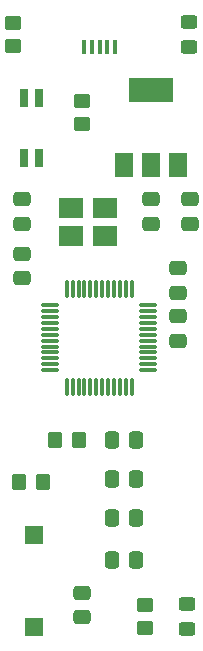
<source format=gbr>
G04 #@! TF.GenerationSoftware,KiCad,Pcbnew,7.0.5*
G04 #@! TF.CreationDate,2023-06-26T03:35:33+05:30*
G04 #@! TF.ProjectId,STM32_Dev_Board_v0.1,53544d33-325f-4446-9576-5f426f617264,rev?*
G04 #@! TF.SameCoordinates,Original*
G04 #@! TF.FileFunction,Paste,Top*
G04 #@! TF.FilePolarity,Positive*
%FSLAX46Y46*%
G04 Gerber Fmt 4.6, Leading zero omitted, Abs format (unit mm)*
G04 Created by KiCad (PCBNEW 7.0.5) date 2023-06-26 03:35:33*
%MOMM*%
%LPD*%
G01*
G04 APERTURE LIST*
G04 Aperture macros list*
%AMRoundRect*
0 Rectangle with rounded corners*
0 $1 Rounding radius*
0 $2 $3 $4 $5 $6 $7 $8 $9 X,Y pos of 4 corners*
0 Add a 4 corners polygon primitive as box body*
4,1,4,$2,$3,$4,$5,$6,$7,$8,$9,$2,$3,0*
0 Add four circle primitives for the rounded corners*
1,1,$1+$1,$2,$3*
1,1,$1+$1,$4,$5*
1,1,$1+$1,$6,$7*
1,1,$1+$1,$8,$9*
0 Add four rect primitives between the rounded corners*
20,1,$1+$1,$2,$3,$4,$5,0*
20,1,$1+$1,$4,$5,$6,$7,0*
20,1,$1+$1,$6,$7,$8,$9,0*
20,1,$1+$1,$8,$9,$2,$3,0*%
G04 Aperture macros list end*
%ADD10R,0.760000X1.600000*%
%ADD11R,2.100000X1.800000*%
%ADD12RoundRect,0.075000X0.662500X0.075000X-0.662500X0.075000X-0.662500X-0.075000X0.662500X-0.075000X0*%
%ADD13RoundRect,0.075000X0.075000X0.662500X-0.075000X0.662500X-0.075000X-0.662500X0.075000X-0.662500X0*%
%ADD14R,1.500000X2.000000*%
%ADD15R,3.800000X2.000000*%
%ADD16R,1.500000X1.500000*%
%ADD17RoundRect,0.250000X0.450000X-0.350000X0.450000X0.350000X-0.450000X0.350000X-0.450000X-0.350000X0*%
%ADD18RoundRect,0.250000X0.350000X0.450000X-0.350000X0.450000X-0.350000X-0.450000X0.350000X-0.450000X0*%
%ADD19RoundRect,0.250000X-0.350000X-0.450000X0.350000X-0.450000X0.350000X0.450000X-0.350000X0.450000X0*%
%ADD20R,0.450000X1.300000*%
%ADD21RoundRect,0.250000X0.450000X-0.325000X0.450000X0.325000X-0.450000X0.325000X-0.450000X-0.325000X0*%
%ADD22RoundRect,0.250000X-0.450000X0.325000X-0.450000X-0.325000X0.450000X-0.325000X0.450000X0.325000X0*%
%ADD23RoundRect,0.250000X-0.475000X0.337500X-0.475000X-0.337500X0.475000X-0.337500X0.475000X0.337500X0*%
%ADD24RoundRect,0.250000X0.337500X0.475000X-0.337500X0.475000X-0.337500X-0.475000X0.337500X-0.475000X0*%
%ADD25RoundRect,0.250000X0.475000X-0.337500X0.475000X0.337500X-0.475000X0.337500X-0.475000X-0.337500X0*%
G04 APERTURE END LIST*
D10*
X82499700Y-59436000D03*
X83769700Y-59436000D03*
X83769700Y-54356000D03*
X82499700Y-54356000D03*
D11*
X86510700Y-66040000D03*
X89410700Y-66040000D03*
X89410700Y-63740000D03*
X86510700Y-63740000D03*
D12*
X93062500Y-77434000D03*
X93062500Y-76934000D03*
X93062500Y-76434000D03*
X93062500Y-75934000D03*
X93062500Y-75434000D03*
X93062500Y-74934000D03*
X93062500Y-74434000D03*
X93062500Y-73934000D03*
X93062500Y-73434000D03*
X93062500Y-72934000D03*
X93062500Y-72434000D03*
X93062500Y-71934000D03*
D13*
X91650000Y-70521500D03*
X91150000Y-70521500D03*
X90650000Y-70521500D03*
X90150000Y-70521500D03*
X89650000Y-70521500D03*
X89150000Y-70521500D03*
X88650000Y-70521500D03*
X88150000Y-70521500D03*
X87650000Y-70521500D03*
X87150000Y-70521500D03*
X86650000Y-70521500D03*
X86150000Y-70521500D03*
D12*
X84737500Y-71934000D03*
X84737500Y-72434000D03*
X84737500Y-72934000D03*
X84737500Y-73434000D03*
X84737500Y-73934000D03*
X84737500Y-74434000D03*
X84737500Y-74934000D03*
X84737500Y-75434000D03*
X84737500Y-75934000D03*
X84737500Y-76434000D03*
X84737500Y-76934000D03*
X84737500Y-77434000D03*
D13*
X86150000Y-78846500D03*
X86650000Y-78846500D03*
X87150000Y-78846500D03*
X87650000Y-78846500D03*
X88150000Y-78846500D03*
X88650000Y-78846500D03*
X89150000Y-78846500D03*
X89650000Y-78846500D03*
X90150000Y-78846500D03*
X90650000Y-78846500D03*
X91150000Y-78846500D03*
X91650000Y-78846500D03*
D14*
X90994700Y-60046000D03*
D15*
X93294700Y-53746000D03*
D14*
X93294700Y-60046000D03*
X95594700Y-60046000D03*
D16*
X83388700Y-99150000D03*
X83388700Y-91350000D03*
D17*
X87452700Y-56626000D03*
X87452700Y-54626000D03*
X81610700Y-50022000D03*
X81610700Y-48022000D03*
D18*
X84134700Y-86868000D03*
X82134700Y-86868000D03*
D17*
X92786700Y-99298000D03*
X92786700Y-97298000D03*
D19*
X85166700Y-83312000D03*
X87166700Y-83312000D03*
D20*
X90240000Y-50051400D03*
X89590000Y-50051400D03*
X88940000Y-50051400D03*
X88290000Y-50051400D03*
X87640000Y-50051400D03*
D21*
X96342700Y-99314000D03*
X96342700Y-97264000D03*
D22*
X96520000Y-47997000D03*
X96520000Y-50047000D03*
D23*
X87452700Y-96266000D03*
X87452700Y-98341000D03*
X93294700Y-62970500D03*
X93294700Y-65045500D03*
X95580700Y-68812500D03*
X95580700Y-70887500D03*
X95580700Y-72876500D03*
X95580700Y-74951500D03*
X96596700Y-62970500D03*
X96596700Y-65045500D03*
D24*
X92024700Y-83312000D03*
X89949700Y-83312000D03*
D25*
X82372700Y-65045500D03*
X82372700Y-62970500D03*
D24*
X92024700Y-86614000D03*
X89949700Y-86614000D03*
D23*
X82372700Y-67564000D03*
X82372700Y-69639000D03*
D24*
X92024700Y-89916000D03*
X89949700Y-89916000D03*
X92024700Y-93472000D03*
X89949700Y-93472000D03*
M02*

</source>
